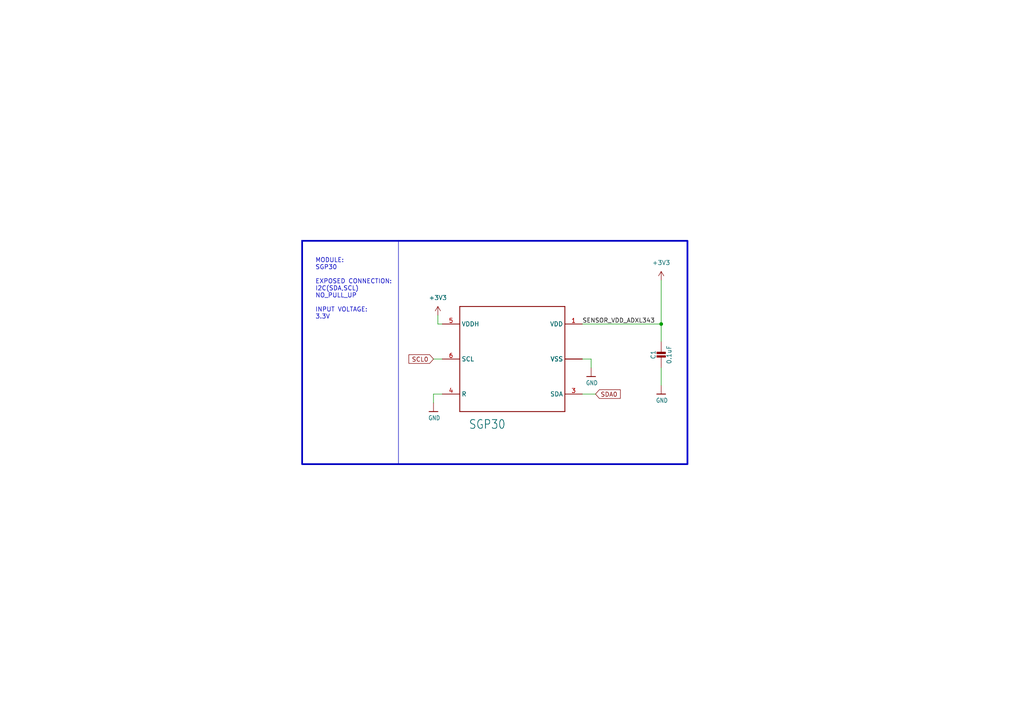
<source format=kicad_sch>
(kicad_sch (version 20230121) (generator eeschema)
  (paper "A4")
  (lib_symbols
    (symbol "Adafruit SGP40-eagle-import:CAP_CERAMIC0603_NO"
      (property "Reference" "C" (at -2.29 1.25 90))
      (symbol "CAP_CERAMIC0603_NO_1_0"
        (rectangle (start -1.27 0.508) (end 1.27 1.016) (fill (type outline)))
        (rectangle (start -1.27 1.524) (end 1.27 2.032) (fill (type outline)))
        (polyline (pts (xy 0 0.762) (xy 0 0)) (stroke (width 0.1524)))
        (polyline (pts (xy 0 2.54) (xy 0 1.778)) (stroke (width 0.1524)))
        (pin passive line (at 0 5.08 270) (length 2.54) (name "1") (number "1"))
        (pin passive line (at 0 -2.54 90) (length 2.54) (name "2") (number "2"))
      )
    )
    (symbol "Adafruit SGP40-eagle-import:GND" (power)
      (property "Value" "GND" (at -1.524 -2.54 0))
      (symbol "GND_1_0"
        (polyline (pts (xy -1.27 0) (xy 1.27 0)) (stroke (width 0.254)))
        (pin power_in line (at 0 2.54 270) (length 2.54) (name "GND") (number "1"))
      )
    )
    (symbol "Adafruit SGP40-eagle-import:SGP30"
      (symbol "SGP30_1_0"
        (polyline (pts (xy -15.24 -15.24) (xy 15.24 -15.24)) (stroke (width 0.254)))
        (polyline (pts (xy -15.24 15.24) (xy -15.24 -15.24)) (stroke (width 0.254)))
        (polyline (pts (xy -15.24 15.24) (xy 15.24 15.24)) (stroke (width 0.254)))
        (polyline (pts (xy 15.24 15.24) (xy 15.24 -15.24)) (stroke (width 0.254)))
        (pin bidirectional line (at 20.32 10.16 180) (length 5.08) (name "VDD") (number "1"))
        (pin bidirectional line (at 20.32 0 180) (length 5.08) (name "VSS") (number "2"))
        (pin bidirectional line (at 20.32 -10.16 180) (length 5.08) (name "SDA") (number "3"))
        (pin bidirectional line (at -20.32 -10.16 0) (length 5.08) (name "R") (number "4"))
        (pin bidirectional line (at -20.32 10.16 0) (length 5.08) (name "VDDH") (number "5"))
        (pin bidirectional line (at -20.32 0 0) (length 5.08) (name "SCL") (number "6"))
        (pin bidirectional line (at 20.32 0 180) (length 5.08) (name "VSS") (number "P$7"))
      )
    )
    (symbol "power:+3V3" (power) (pin_names (offset 0))
      (property "Value" "+3V3" (at 0 3.556 0))
      (symbol "+3V3_0_1"
        (polyline (pts (xy -0.762 1.27) (xy 0 2.54)))
        (polyline (pts (xy 0 0) (xy 0 2.54)))
        (polyline (pts (xy 0 2.54) (xy 0.762 1.27)))
      )
      (symbol "+3V3_1_1"
        (pin power_in line (at 0 0 90) (length 0) hide (name "+3V3") (number "1"))
      )
    )
  )
  (junction (at 191.77 93.98))
  (wire (pts (xy 191.77 81.28) (xy 191.77 93.98)) (stroke (width 0.1524)))
  (wire (pts (xy 127 93.98) (xy 127 91.44)) (stroke (width 0.1524)))
  (wire (pts (xy 191.77 106.68) (xy 191.77 111.76)) (stroke (width 0.1524)))
  (wire (pts (xy 191.77 93.98) (xy 191.77 99.06)) (stroke (width 0.1524)))
  (wire (pts (xy 168.91 104.14) (xy 171.45 104.14)) (stroke (width 0.1524)))
  (wire (pts (xy 125.73 114.3) (xy 125.73 116.84)) (stroke (width 0.1524)))
  (wire (pts (xy 128.27 104.14) (xy 125.73 104.14)) (stroke (width 0.1524)))
  (wire (pts (xy 168.91 114.3) (xy 172.72 114.3)))
  (wire (pts (xy 128.27 114.3) (xy 125.73 114.3)) (stroke (width 0.1524)))
  (wire (pts (xy 171.45 104.14) (xy 171.45 106.68)) (stroke (width 0.1524)))
  (wire (pts (xy 128.27 93.98) (xy 127 93.98)) (stroke (width 0.1524)))
  (wire (pts (xy 168.91 93.98) (xy 191.77 93.98)) (stroke (width 0.1524)))
  (rectangle (start 87.63 69.85) (end 115.57 134.62))
  (rectangle (start 87.63 69.85) (end 199.39 134.62) (stroke (width 0.5)))
  (text "MODULE:\nSGP30\n\nEXPOSED CONNECTION: \nI2C(SDA,SCL)\nNO_PULL_UP\n\nINPUT VOLTAGE:\n3.3V" (at 91.44 92.71 0) (effects (font (size 1.27 1.27)) (justify left bottom)))
  (label "SENSOR_VDD_ADXL343" (at 168.91 93.98 0) (effects (font (size 1.2446 1.2446))))
  (global_label "SDA0" (shape input) (at 172.72 114.3 0) (property "Intersheetrefs" "${INTERSHEET_REFS}" (effects hide)))
  (global_label "SCL0" (shape input) (at 125.73 104.14 180) (property "Intersheetrefs" "${INTERSHEET_REFS}" (effects hide)))
  (symbol (lib_id "Adafruit SGP40-eagle-import:GND") (at 191.77 114.3 0) (unit 1)
    (property "Reference" "#U$03" (effects hide))
    (property "Value" "GND" (at 190.246 116.84 0) (effects (font (size 1.27 1.0795)) (justify left bottom)))
  )
  (symbol (lib_id "power:+3V3") (at 127 91.44 0) (unit 1)
    (property "Reference" "#PWR01" (effects hide))
    (property "Value" "+3V3" (at 127 86.36 0))
  )
  (symbol (lib_id "power:+3V3") (at 191.77 81.28 0) (unit 1)
    (property "Reference" "#PWR02" (effects hide))
    (property "Value" "+3V3" (at 191.77 76.2 0))
  )
  (symbol (lib_id "Adafruit SGP40-eagle-import:SGP30") (at 148.59 104.14 0) (unit 1)
    (property "Reference" "X1" (effects hide))
    (property "Value" "SGP30" (at 135.89 124.46 0) (effects (font (size 2.54 2.159)) (justify left bottom)))
    (property "Footprint" "Adafruit SGP40:SGP30" (effects hide))
  )
  (symbol (lib_id "Adafruit SGP40-eagle-import:GND") (at 125.73 119.38 0) (unit 1)
    (property "Reference" "#U$01" (effects hide))
    (property "Value" "GND" (at 124.206 121.92 0) (effects (font (size 1.27 1.0795)) (justify left bottom)))
  )
  (symbol (lib_id "Adafruit SGP40-eagle-import:GND") (at 171.45 109.22 0) (unit 1)
    (property "Reference" "#U$02" (effects hide))
    (property "Value" "GND" (at 169.926 111.76 0) (effects (font (size 1.27 1.0795)) (justify left bottom)))
  )
  (symbol (lib_id "Adafruit SGP40-eagle-import:CAP_CERAMIC0603_NO") (at 191.77 104.14 0) (unit 1)
    (property "Reference" "C1" (at 189.48 102.89 90))
    (property "Value" "0.1uF" (at 194.07 102.89 90))
    (property "Footprint" "Adafruit SGP40:0603-NO" (effects hide))
  )
)
</source>
